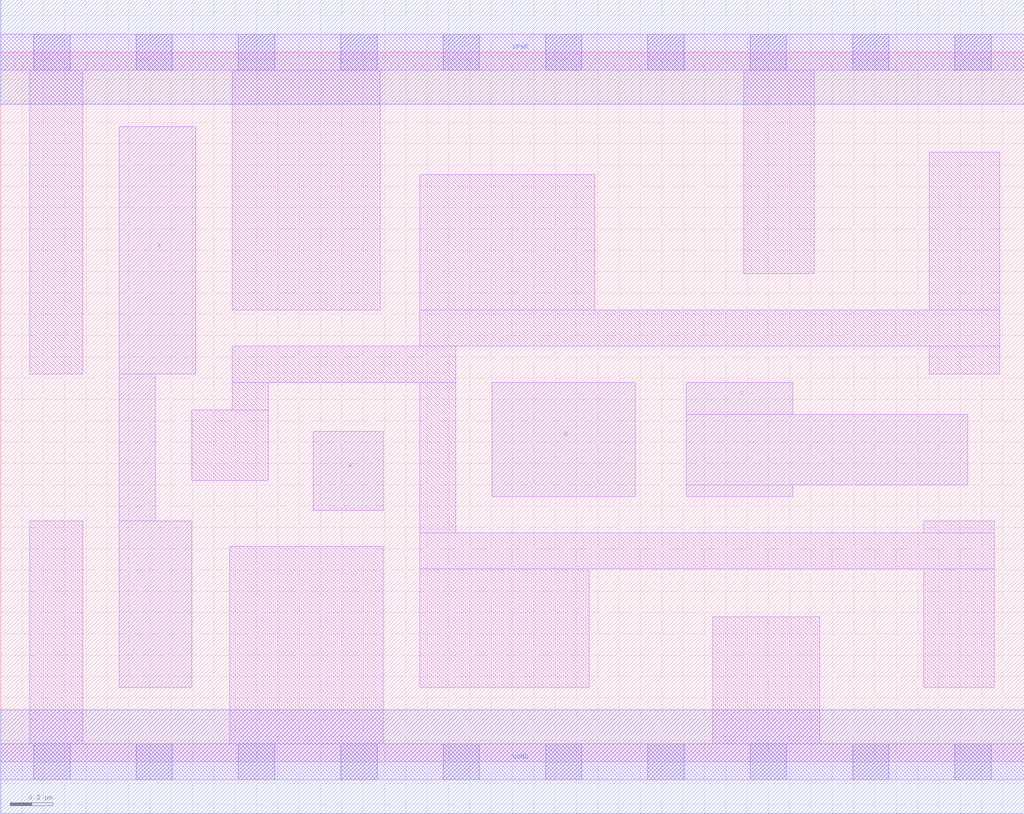
<source format=lef>
# Copyright 2020 The SkyWater PDK Authors
#
# Licensed under the Apache License, Version 2.0 (the "License");
# you may not use this file except in compliance with the License.
# You may obtain a copy of the License at
#
#     https://www.apache.org/licenses/LICENSE-2.0
#
# Unless required by applicable law or agreed to in writing, software
# distributed under the License is distributed on an "AS IS" BASIS,
# WITHOUT WARRANTIES OR CONDITIONS OF ANY KIND, either express or implied.
# See the License for the specific language governing permissions and
# limitations under the License.
#
# SPDX-License-Identifier: Apache-2.0

VERSION 5.7 ;
  NAMESCASESENSITIVE ON ;
  NOWIREEXTENSIONATPIN ON ;
  DIVIDERCHAR "/" ;
  BUSBITCHARS "[]" ;
UNITS
  DATABASE MICRONS 200 ;
END UNITS
MACRO sky130_fd_sc_ls__maj3_2
  CLASS CORE ;
  FOREIGN sky130_fd_sc_ls__maj3_2 ;
  ORIGIN  0.000000  0.000000 ;
  SIZE  4.800000 BY  3.330000 ;
  SYMMETRY X Y ;
  SITE unit ;
  PIN A
    ANTENNAGATEAREA  0.522000 ;
    DIRECTION INPUT ;
    USE SIGNAL ;
    PORT
      LAYER li1 ;
        RECT 1.465000 1.180000 1.795000 1.550000 ;
    END
  END A
  PIN B
    ANTENNAGATEAREA  0.522000 ;
    DIRECTION INPUT ;
    USE SIGNAL ;
    PORT
      LAYER li1 ;
        RECT 2.305000 1.245000 2.975000 1.780000 ;
    END
  END B
  PIN C
    ANTENNAGATEAREA  0.522000 ;
    DIRECTION INPUT ;
    USE SIGNAL ;
    PORT
      LAYER li1 ;
        RECT 3.215000 1.245000 3.715000 1.300000 ;
        RECT 3.215000 1.300000 4.535000 1.630000 ;
        RECT 3.215000 1.630000 3.715000 1.780000 ;
    END
  END C
  PIN X
    ANTENNADIFFAREA  0.543200 ;
    DIRECTION OUTPUT ;
    USE SIGNAL ;
    PORT
      LAYER li1 ;
        RECT 0.555000 0.350000 0.895000 1.130000 ;
        RECT 0.555000 1.130000 0.725000 1.820000 ;
        RECT 0.555000 1.820000 0.915000 2.980000 ;
    END
  END X
  PIN VGND
    DIRECTION INOUT ;
    SHAPE ABUTMENT ;
    USE GROUND ;
    PORT
      LAYER met1 ;
        RECT 0.000000 -0.245000 4.800000 0.245000 ;
    END
  END VGND
  PIN VPWR
    DIRECTION INOUT ;
    SHAPE ABUTMENT ;
    USE POWER ;
    PORT
      LAYER met1 ;
        RECT 0.000000 3.085000 4.800000 3.575000 ;
    END
  END VPWR
  OBS
    LAYER li1 ;
      RECT 0.000000 -0.085000 4.800000 0.085000 ;
      RECT 0.000000  3.245000 4.800000 3.415000 ;
      RECT 0.135000  0.085000 0.385000 1.130000 ;
      RECT 0.135000  1.820000 0.385000 3.245000 ;
      RECT 0.895000  1.320000 1.255000 1.650000 ;
      RECT 1.075000  0.085000 1.795000 1.010000 ;
      RECT 1.085000  1.650000 1.255000 1.780000 ;
      RECT 1.085000  1.780000 2.135000 1.950000 ;
      RECT 1.085000  2.120000 1.780000 3.245000 ;
      RECT 1.965000  0.350000 2.760000 0.905000 ;
      RECT 1.965000  0.905000 4.660000 1.075000 ;
      RECT 1.965000  1.075000 2.135000 1.780000 ;
      RECT 1.965000  1.950000 4.685000 2.120000 ;
      RECT 1.965000  2.120000 2.785000 2.755000 ;
      RECT 3.340000  0.085000 3.840000 0.680000 ;
      RECT 3.485000  2.290000 3.815000 3.245000 ;
      RECT 4.330000  0.350000 4.660000 0.905000 ;
      RECT 4.330000  1.075000 4.660000 1.130000 ;
      RECT 4.355000  1.820000 4.685000 1.950000 ;
      RECT 4.355000  2.120000 4.685000 2.860000 ;
    LAYER mcon ;
      RECT 0.155000 -0.085000 0.325000 0.085000 ;
      RECT 0.155000  3.245000 0.325000 3.415000 ;
      RECT 0.635000 -0.085000 0.805000 0.085000 ;
      RECT 0.635000  3.245000 0.805000 3.415000 ;
      RECT 1.115000 -0.085000 1.285000 0.085000 ;
      RECT 1.115000  3.245000 1.285000 3.415000 ;
      RECT 1.595000 -0.085000 1.765000 0.085000 ;
      RECT 1.595000  3.245000 1.765000 3.415000 ;
      RECT 2.075000 -0.085000 2.245000 0.085000 ;
      RECT 2.075000  3.245000 2.245000 3.415000 ;
      RECT 2.555000 -0.085000 2.725000 0.085000 ;
      RECT 2.555000  3.245000 2.725000 3.415000 ;
      RECT 3.035000 -0.085000 3.205000 0.085000 ;
      RECT 3.035000  3.245000 3.205000 3.415000 ;
      RECT 3.515000 -0.085000 3.685000 0.085000 ;
      RECT 3.515000  3.245000 3.685000 3.415000 ;
      RECT 3.995000 -0.085000 4.165000 0.085000 ;
      RECT 3.995000  3.245000 4.165000 3.415000 ;
      RECT 4.475000 -0.085000 4.645000 0.085000 ;
      RECT 4.475000  3.245000 4.645000 3.415000 ;
  END
END sky130_fd_sc_ls__maj3_2
END LIBRARY

</source>
